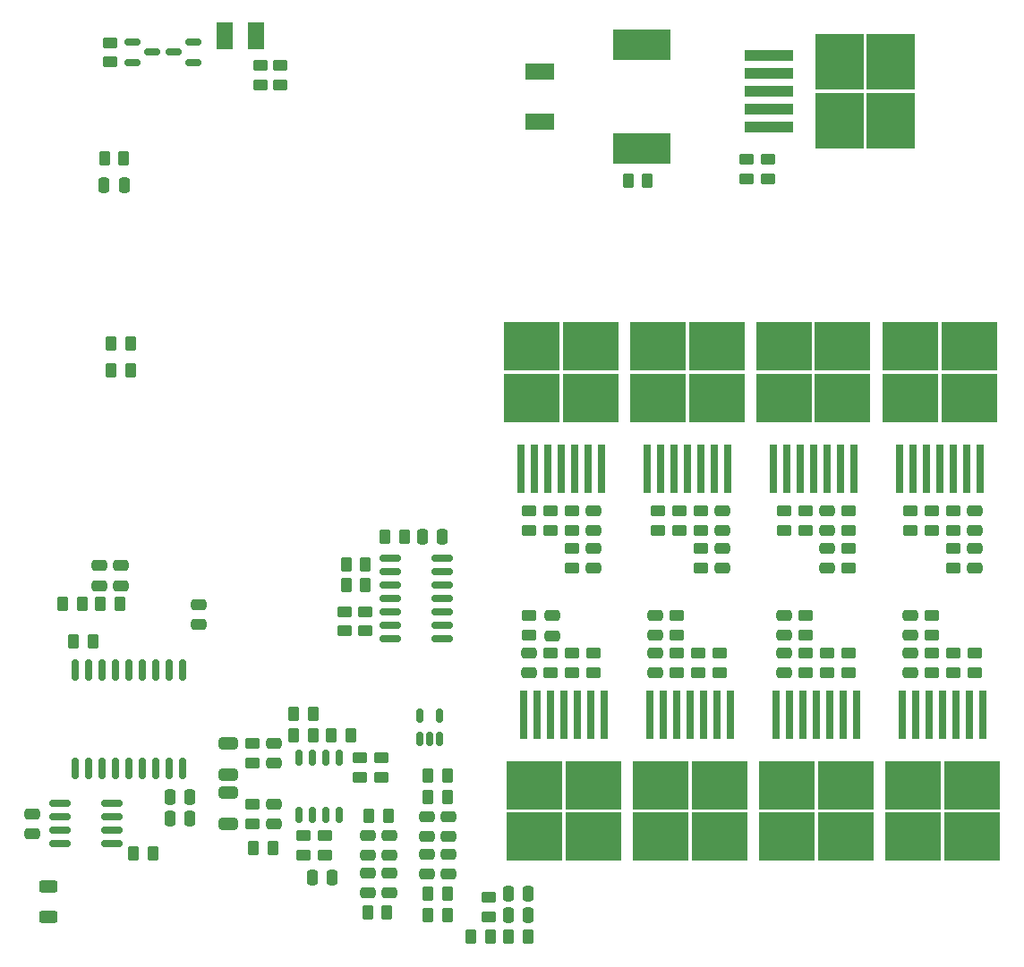
<source format=gbr>
%TF.GenerationSoftware,KiCad,Pcbnew,7.99.0-2367-gcb54bdfa84*%
%TF.CreationDate,2023-12-26T22:21:42+02:00*%
%TF.ProjectId,speeduino_stm32,73706565-6475-4696-9e6f-5f73746d3332,rev?*%
%TF.SameCoordinates,Original*%
%TF.FileFunction,Paste,Top*%
%TF.FilePolarity,Positive*%
%FSLAX46Y46*%
G04 Gerber Fmt 4.6, Leading zero omitted, Abs format (unit mm)*
G04 Created by KiCad (PCBNEW 7.99.0-2367-gcb54bdfa84) date 2023-12-26 22:21:42*
%MOMM*%
%LPD*%
G01*
G04 APERTURE LIST*
G04 Aperture macros list*
%AMRoundRect*
0 Rectangle with rounded corners*
0 $1 Rounding radius*
0 $2 $3 $4 $5 $6 $7 $8 $9 X,Y pos of 4 corners*
0 Add a 4 corners polygon primitive as box body*
4,1,4,$2,$3,$4,$5,$6,$7,$8,$9,$2,$3,0*
0 Add four circle primitives for the rounded corners*
1,1,$1+$1,$2,$3*
1,1,$1+$1,$4,$5*
1,1,$1+$1,$6,$7*
1,1,$1+$1,$8,$9*
0 Add four rect primitives between the rounded corners*
20,1,$1+$1,$2,$3,$4,$5,0*
20,1,$1+$1,$4,$5,$6,$7,0*
20,1,$1+$1,$6,$7,$8,$9,0*
20,1,$1+$1,$8,$9,$2,$3,0*%
G04 Aperture macros list end*
%ADD10RoundRect,0.250000X-0.450000X0.262500X-0.450000X-0.262500X0.450000X-0.262500X0.450000X0.262500X0*%
%ADD11RoundRect,0.250000X-0.475000X0.250000X-0.475000X-0.250000X0.475000X-0.250000X0.475000X0.250000X0*%
%ADD12RoundRect,0.250000X-0.262500X-0.450000X0.262500X-0.450000X0.262500X0.450000X-0.262500X0.450000X0*%
%ADD13RoundRect,0.250000X0.475000X-0.250000X0.475000X0.250000X-0.475000X0.250000X-0.475000X-0.250000X0*%
%ADD14RoundRect,0.250000X0.262500X0.450000X-0.262500X0.450000X-0.262500X-0.450000X0.262500X-0.450000X0*%
%ADD15RoundRect,0.250000X-0.650000X0.325000X-0.650000X-0.325000X0.650000X-0.325000X0.650000X0.325000X0*%
%ADD16RoundRect,0.250000X0.450000X-0.262500X0.450000X0.262500X-0.450000X0.262500X-0.450000X-0.262500X0*%
%ADD17R,5.250000X4.550000*%
%ADD18R,0.800000X4.600000*%
%ADD19RoundRect,0.150000X-0.825000X-0.150000X0.825000X-0.150000X0.825000X0.150000X-0.825000X0.150000X0*%
%ADD20R,4.550000X5.250000*%
%ADD21R,4.600000X1.100000*%
%ADD22RoundRect,0.150000X-0.150000X0.625000X-0.150000X-0.625000X0.150000X-0.625000X0.150000X0.625000X0*%
%ADD23RoundRect,0.250000X-0.250000X-0.475000X0.250000X-0.475000X0.250000X0.475000X-0.250000X0.475000X0*%
%ADD24RoundRect,0.250000X0.250000X0.475000X-0.250000X0.475000X-0.250000X-0.475000X0.250000X-0.475000X0*%
%ADD25RoundRect,0.150000X-0.587500X-0.150000X0.587500X-0.150000X0.587500X0.150000X-0.587500X0.150000X0*%
%ADD26RoundRect,0.250000X0.650000X-0.325000X0.650000X0.325000X-0.650000X0.325000X-0.650000X-0.325000X0*%
%ADD27R,5.400000X2.900000*%
%ADD28RoundRect,0.150000X0.150000X-0.512500X0.150000X0.512500X-0.150000X0.512500X-0.150000X-0.512500X0*%
%ADD29R,2.700000X1.500000*%
%ADD30RoundRect,0.150000X0.587500X0.150000X-0.587500X0.150000X-0.587500X-0.150000X0.587500X-0.150000X0*%
%ADD31RoundRect,0.250000X-0.625000X0.312500X-0.625000X-0.312500X0.625000X-0.312500X0.625000X0.312500X0*%
%ADD32RoundRect,0.150000X0.150000X-0.875000X0.150000X0.875000X-0.150000X0.875000X-0.150000X-0.875000X0*%
%ADD33R,1.500000X2.600000*%
G04 APERTURE END LIST*
D10*
%TO.C,R50*%
X91694000Y-76557500D03*
X91694000Y-78382500D03*
%TD*%
D11*
%TO.C,C5*%
X62230000Y-103698000D03*
X62230000Y-105598000D03*
%TD*%
D12*
%TO.C,R21*%
X53189500Y-92202000D03*
X55014500Y-92202000D03*
%TD*%
%TO.C,R2*%
X32361500Y-85344000D03*
X34186500Y-85344000D03*
%TD*%
D13*
%TO.C,C38*%
X44196000Y-83754000D03*
X44196000Y-81854000D03*
%TD*%
D10*
%TO.C,R51*%
X91694000Y-73001500D03*
X91694000Y-74826500D03*
%TD*%
%TO.C,R36*%
X91459000Y-86463500D03*
X91459000Y-88288500D03*
%TD*%
D11*
%TO.C,C31*%
X81534000Y-72964000D03*
X81534000Y-74864000D03*
%TD*%
D10*
%TO.C,R46*%
X105664000Y-76557500D03*
X105664000Y-78382500D03*
%TD*%
D12*
%TO.C,R4*%
X60198000Y-110998000D03*
X62023000Y-110998000D03*
%TD*%
D11*
%TO.C,C9*%
X67818000Y-101920000D03*
X67818000Y-103820000D03*
%TD*%
D12*
%TO.C,R88*%
X35282500Y-39619000D03*
X37107500Y-39619000D03*
%TD*%
D13*
%TO.C,C40*%
X28448000Y-103566000D03*
X28448000Y-101666000D03*
%TD*%
D14*
%TO.C,R9*%
X71778500Y-113284000D03*
X69953500Y-113284000D03*
%TD*%
D15*
%TO.C,D5*%
X46990000Y-94996000D03*
X46990000Y-97946000D03*
%TD*%
D16*
%TO.C,R18*%
X56134000Y-105560500D03*
X56134000Y-103735500D03*
%TD*%
D11*
%TO.C,C8*%
X65786000Y-101920000D03*
X65786000Y-103820000D03*
%TD*%
%TO.C,C4*%
X60198000Y-103698000D03*
X60198000Y-105598000D03*
%TD*%
D17*
%TO.C,Q8*%
X99568000Y-62296000D03*
X105118000Y-62296000D03*
X99568000Y-57446000D03*
X105118000Y-57446000D03*
D18*
X98533000Y-69021000D03*
X99803000Y-69021000D03*
X101073000Y-69021000D03*
X102343000Y-69021000D03*
X103613000Y-69021000D03*
X104883000Y-69021000D03*
X106153000Y-69021000D03*
%TD*%
D16*
%TO.C,R28*%
X113538000Y-88288500D03*
X113538000Y-86463500D03*
%TD*%
D14*
%TO.C,R15*%
X58570500Y-94234000D03*
X56745500Y-94234000D03*
%TD*%
D16*
%TO.C,R89*%
X51943000Y-32662500D03*
X51943000Y-30837500D03*
%TD*%
D19*
%TO.C,U6*%
X62295000Y-77470000D03*
X62295000Y-78740000D03*
X62295000Y-80010000D03*
X62295000Y-81280000D03*
X62295000Y-82550000D03*
X62295000Y-83820000D03*
X62295000Y-85090000D03*
X67245000Y-85090000D03*
X67245000Y-83820000D03*
X67245000Y-82550000D03*
X67245000Y-81280000D03*
X67245000Y-80010000D03*
X67245000Y-78740000D03*
X67245000Y-77470000D03*
%TD*%
D16*
%TO.C,R49*%
X99568000Y-74826500D03*
X99568000Y-73001500D03*
%TD*%
D14*
%TO.C,R16*%
X55014500Y-94234000D03*
X53189500Y-94234000D03*
%TD*%
D11*
%TO.C,C24*%
X117602000Y-76520000D03*
X117602000Y-78420000D03*
%TD*%
D19*
%TO.C,U3*%
X31053000Y-100711000D03*
X31053000Y-101981000D03*
X31053000Y-103251000D03*
X31053000Y-104521000D03*
X36003000Y-104521000D03*
X36003000Y-103251000D03*
X36003000Y-101981000D03*
X36003000Y-100711000D03*
%TD*%
D20*
%TO.C,U5*%
X104836000Y-30499000D03*
X104836000Y-36049000D03*
X109686000Y-30499000D03*
X109686000Y-36049000D03*
D21*
X98111000Y-29874000D03*
X98111000Y-31574000D03*
X98111000Y-33274000D03*
X98111000Y-34974000D03*
X98111000Y-36674000D03*
%TD*%
D17*
%TO.C,Q9*%
X87649000Y-62296000D03*
X93199000Y-62296000D03*
X87649000Y-57446000D03*
X93199000Y-57446000D03*
D18*
X86614000Y-69021000D03*
X87884000Y-69021000D03*
X89154000Y-69021000D03*
X90424000Y-69021000D03*
X91694000Y-69021000D03*
X92964000Y-69021000D03*
X94234000Y-69021000D03*
%TD*%
D12*
%TO.C,R8*%
X65889500Y-109220000D03*
X67714500Y-109220000D03*
%TD*%
D10*
%TO.C,R14*%
X61468000Y-96369500D03*
X61468000Y-98194500D03*
%TD*%
D14*
%TO.C,R24*%
X33170500Y-81788000D03*
X31345500Y-81788000D03*
%TD*%
D16*
%TO.C,R34*%
X89427000Y-84732500D03*
X89427000Y-82907500D03*
%TD*%
D13*
%TO.C,C19*%
X99568000Y-88326000D03*
X99568000Y-86426000D03*
%TD*%
D10*
%TO.C,R32*%
X103651000Y-86463500D03*
X103651000Y-88288500D03*
%TD*%
D22*
%TO.C,U4*%
X57531000Y-96385000D03*
X56261000Y-96385000D03*
X54991000Y-96385000D03*
X53721000Y-96385000D03*
X53721000Y-101735000D03*
X54991000Y-101735000D03*
X56261000Y-101735000D03*
X57531000Y-101735000D03*
%TD*%
D10*
%TO.C,R23*%
X98044000Y-39727500D03*
X98044000Y-41552500D03*
%TD*%
%TO.C,R37*%
X93491000Y-86463500D03*
X93491000Y-88288500D03*
%TD*%
D23*
%TO.C,C13*%
X73472000Y-109220000D03*
X75372000Y-109220000D03*
%TD*%
D13*
%TO.C,C23*%
X75457000Y-88326000D03*
X75457000Y-86426000D03*
%TD*%
%TO.C,C20*%
X87395000Y-84770000D03*
X87395000Y-82870000D03*
%TD*%
D24*
%TO.C,C42*%
X56830000Y-107696000D03*
X54930000Y-107696000D03*
%TD*%
D11*
%TO.C,C29*%
X93726000Y-72964000D03*
X93726000Y-74864000D03*
%TD*%
D16*
%TO.C,R76*%
X59944000Y-84351500D03*
X59944000Y-82526500D03*
%TD*%
%TO.C,R39*%
X77489000Y-88288500D03*
X77489000Y-86463500D03*
%TD*%
D17*
%TO.C,Q6*%
X81534000Y-98994000D03*
X75984000Y-98994000D03*
X81534000Y-103844000D03*
X75984000Y-103844000D03*
D18*
X82569000Y-92269000D03*
X81299000Y-92269000D03*
X80029000Y-92269000D03*
X78759000Y-92269000D03*
X77489000Y-92269000D03*
X76219000Y-92269000D03*
X74949000Y-92269000D03*
%TD*%
D25*
%TO.C,Q13*%
X37924500Y-28641000D03*
X37924500Y-30541000D03*
X39799500Y-29591000D03*
%TD*%
D23*
%TO.C,C41*%
X65344000Y-75438000D03*
X67244000Y-75438000D03*
%TD*%
D26*
%TO.C,D6*%
X46990000Y-102616000D03*
X46990000Y-99666000D03*
%TD*%
D23*
%TO.C,C3*%
X41468000Y-100076000D03*
X43368000Y-100076000D03*
%TD*%
D12*
%TO.C,R25*%
X34901500Y-81788000D03*
X36726500Y-81788000D03*
%TD*%
D17*
%TO.C,Q5*%
X93472000Y-98994000D03*
X87922000Y-98994000D03*
X93472000Y-103844000D03*
X87922000Y-103844000D03*
D18*
X94507000Y-92269000D03*
X93237000Y-92269000D03*
X91967000Y-92269000D03*
X90697000Y-92269000D03*
X89427000Y-92269000D03*
X88157000Y-92269000D03*
X86887000Y-92269000D03*
%TD*%
D10*
%TO.C,R33*%
X105683000Y-86463500D03*
X105683000Y-88288500D03*
%TD*%
D16*
%TO.C,R53*%
X87630000Y-74826500D03*
X87630000Y-73001500D03*
%TD*%
D12*
%TO.C,R74*%
X58142500Y-78105000D03*
X59967500Y-78105000D03*
%TD*%
D16*
%TO.C,R52*%
X89662000Y-74826500D03*
X89662000Y-73001500D03*
%TD*%
%TO.C,R44*%
X113538000Y-74826500D03*
X113538000Y-73001500D03*
%TD*%
D12*
%TO.C,R22*%
X84812500Y-41783000D03*
X86637500Y-41783000D03*
%TD*%
%TO.C,R77*%
X35941000Y-59690000D03*
X37766000Y-59690000D03*
%TD*%
D11*
%TO.C,C25*%
X117602000Y-72964000D03*
X117602000Y-74864000D03*
%TD*%
D12*
%TO.C,R78*%
X35917500Y-57150000D03*
X37742500Y-57150000D03*
%TD*%
%TO.C,R20*%
X49379500Y-104902000D03*
X51204500Y-104902000D03*
%TD*%
D10*
%TO.C,R54*%
X79502000Y-76557500D03*
X79502000Y-78382500D03*
%TD*%
D13*
%TO.C,C16*%
X111506000Y-88326000D03*
X111506000Y-86426000D03*
%TD*%
%TO.C,C10*%
X65786000Y-107376000D03*
X65786000Y-105476000D03*
%TD*%
D11*
%TO.C,C26*%
X103632000Y-76520000D03*
X103632000Y-78420000D03*
%TD*%
D27*
%TO.C,L1*%
X86106000Y-28832000D03*
X86106000Y-38732000D03*
%TD*%
D11*
%TO.C,C14*%
X51308000Y-94996000D03*
X51308000Y-96896000D03*
%TD*%
D10*
%TO.C,R12*%
X49276000Y-94996000D03*
X49276000Y-96821000D03*
%TD*%
D23*
%TO.C,C2*%
X41468000Y-102108000D03*
X43368000Y-102108000D03*
%TD*%
D16*
%TO.C,R90*%
X50038000Y-32662500D03*
X50038000Y-30837500D03*
%TD*%
D12*
%TO.C,R75*%
X58142500Y-80010000D03*
X59967500Y-80010000D03*
%TD*%
D28*
%TO.C,D2*%
X65090000Y-94609500D03*
X66040000Y-94609500D03*
X66990000Y-94609500D03*
X66990000Y-92334500D03*
X65090000Y-92334500D03*
%TD*%
D13*
%TO.C,C22*%
X77621000Y-84806000D03*
X77621000Y-82906000D03*
%TD*%
D16*
%TO.C,R45*%
X111506000Y-74826500D03*
X111506000Y-73001500D03*
%TD*%
D13*
%TO.C,C32*%
X34798000Y-80056000D03*
X34798000Y-78156000D03*
%TD*%
%TO.C,C34*%
X36830000Y-80056000D03*
X36830000Y-78156000D03*
%TD*%
D12*
%TO.C,R5*%
X65889500Y-100076000D03*
X67714500Y-100076000D03*
%TD*%
%TO.C,R6*%
X65889500Y-98044000D03*
X67714500Y-98044000D03*
%TD*%
D10*
%TO.C,R1*%
X96012000Y-39727500D03*
X96012000Y-41552500D03*
%TD*%
%TO.C,R41*%
X81553000Y-86463500D03*
X81553000Y-88288500D03*
%TD*%
D16*
%TO.C,R56*%
X77470000Y-74826500D03*
X77470000Y-73001500D03*
%TD*%
%TO.C,R91*%
X35814000Y-30503500D03*
X35814000Y-28678500D03*
%TD*%
%TO.C,R73*%
X58039000Y-84351500D03*
X58039000Y-82526500D03*
%TD*%
D17*
%TO.C,Q3*%
X117348000Y-98994000D03*
X111798000Y-98994000D03*
X117348000Y-103844000D03*
X111798000Y-103844000D03*
D18*
X118383000Y-92269000D03*
X117113000Y-92269000D03*
X115843000Y-92269000D03*
X114573000Y-92269000D03*
X113303000Y-92269000D03*
X112033000Y-92269000D03*
X110763000Y-92269000D03*
%TD*%
D11*
%TO.C,C27*%
X103632000Y-72964000D03*
X103632000Y-74864000D03*
%TD*%
D10*
%TO.C,R43*%
X115570000Y-73001500D03*
X115570000Y-74826500D03*
%TD*%
D16*
%TO.C,R57*%
X75438000Y-74826500D03*
X75438000Y-73001500D03*
%TD*%
D23*
%TO.C,C12*%
X73472000Y-111252000D03*
X75372000Y-111252000D03*
%TD*%
D14*
%TO.C,R10*%
X75334500Y-113284000D03*
X73509500Y-113284000D03*
%TD*%
D10*
%TO.C,R26*%
X115608000Y-86463500D03*
X115608000Y-88288500D03*
%TD*%
D13*
%TO.C,C11*%
X67818000Y-107376000D03*
X67818000Y-105476000D03*
%TD*%
D12*
%TO.C,R3*%
X60301500Y-101854000D03*
X62126500Y-101854000D03*
%TD*%
D13*
%TO.C,C18*%
X99568000Y-84770000D03*
X99568000Y-82870000D03*
%TD*%
D16*
%TO.C,R38*%
X75457000Y-84732500D03*
X75457000Y-82907500D03*
%TD*%
D10*
%TO.C,R19*%
X54102000Y-103735500D03*
X54102000Y-105560500D03*
%TD*%
D17*
%TO.C,Q7*%
X111525000Y-62296000D03*
X117075000Y-62296000D03*
X111525000Y-57446000D03*
X117075000Y-57446000D03*
D18*
X110490000Y-69021000D03*
X111760000Y-69021000D03*
X113030000Y-69021000D03*
X114300000Y-69021000D03*
X115570000Y-69021000D03*
X116840000Y-69021000D03*
X118110000Y-69021000D03*
%TD*%
D13*
%TO.C,C6*%
X60198000Y-109154000D03*
X60198000Y-107254000D03*
%TD*%
D14*
%TO.C,R58*%
X63650500Y-75438000D03*
X61825500Y-75438000D03*
%TD*%
D29*
%TO.C,D1*%
X76454000Y-31382000D03*
X76454000Y-36182000D03*
%TD*%
D13*
%TO.C,C17*%
X111506000Y-84770000D03*
X111506000Y-82870000D03*
%TD*%
D16*
%TO.C,R13*%
X59436000Y-98194500D03*
X59436000Y-96369500D03*
%TD*%
%TO.C,R48*%
X101600000Y-74826500D03*
X101600000Y-73001500D03*
%TD*%
D30*
%TO.C,Q12*%
X43736500Y-30541000D03*
X43736500Y-28641000D03*
X41861499Y-29591000D03*
%TD*%
D12*
%TO.C,R7*%
X65889500Y-111252000D03*
X67714500Y-111252000D03*
%TD*%
D31*
%TO.C,R87*%
X29972000Y-108519500D03*
X29972000Y-111444500D03*
%TD*%
D10*
%TO.C,R42*%
X115570000Y-76557500D03*
X115570000Y-78382500D03*
%TD*%
D16*
%TO.C,R35*%
X89427000Y-88288500D03*
X89427000Y-86463500D03*
%TD*%
D24*
%TO.C,C48*%
X37144999Y-42159000D03*
X35245001Y-42159000D03*
%TD*%
D16*
%TO.C,R29*%
X113538000Y-84732500D03*
X113538000Y-82907500D03*
%TD*%
%TO.C,R17*%
X49276000Y-102616000D03*
X49276000Y-100791000D03*
%TD*%
D11*
%TO.C,C28*%
X93726000Y-76520000D03*
X93726000Y-78420000D03*
%TD*%
D17*
%TO.C,Q4*%
X105410000Y-98994000D03*
X99860000Y-98994000D03*
X105410000Y-103844000D03*
X99860000Y-103844000D03*
D18*
X106445000Y-92269000D03*
X105175000Y-92269000D03*
X103905000Y-92269000D03*
X102635000Y-92269000D03*
X101365000Y-92269000D03*
X100095000Y-92269000D03*
X98825000Y-92269000D03*
%TD*%
D14*
%TO.C,R92*%
X39878000Y-105410000D03*
X38053000Y-105410000D03*
%TD*%
D32*
%TO.C,U2*%
X32512000Y-97360000D03*
X33782000Y-97360000D03*
X35052000Y-97360000D03*
X36322000Y-97360000D03*
X37592000Y-97360000D03*
X38862000Y-97360000D03*
X40132000Y-97360000D03*
X41402000Y-97360000D03*
X42672000Y-97360000D03*
X42672000Y-88060000D03*
X41402000Y-88060000D03*
X40132000Y-88060000D03*
X38862000Y-88060000D03*
X37592000Y-88060000D03*
X36322000Y-88060000D03*
X35052000Y-88060000D03*
X33782000Y-88060000D03*
X32512000Y-88060000D03*
%TD*%
D10*
%TO.C,R55*%
X79502000Y-73001500D03*
X79502000Y-74826500D03*
%TD*%
D16*
%TO.C,R30*%
X101600000Y-84732500D03*
X101600000Y-82907500D03*
%TD*%
D10*
%TO.C,R47*%
X105664000Y-73001500D03*
X105664000Y-74826500D03*
%TD*%
D11*
%TO.C,C30*%
X81534000Y-76520000D03*
X81534000Y-78420000D03*
%TD*%
D16*
%TO.C,R31*%
X101600000Y-88288500D03*
X101600000Y-86463500D03*
%TD*%
D10*
%TO.C,R27*%
X117640000Y-86463500D03*
X117640000Y-88288500D03*
%TD*%
D17*
%TO.C,Q10*%
X75711000Y-62296000D03*
X81261000Y-62296000D03*
X75711000Y-57446000D03*
X81261000Y-57446000D03*
D18*
X74676000Y-69021000D03*
X75946000Y-69021000D03*
X77216000Y-69021000D03*
X78486000Y-69021000D03*
X79756000Y-69021000D03*
X81026000Y-69021000D03*
X82296000Y-69021000D03*
%TD*%
D10*
%TO.C,R11*%
X71628000Y-109577500D03*
X71628000Y-111402500D03*
%TD*%
%TO.C,R40*%
X79521000Y-86463500D03*
X79521000Y-88288500D03*
%TD*%
D13*
%TO.C,C7*%
X62230000Y-109154000D03*
X62230000Y-107254000D03*
%TD*%
%TO.C,C15*%
X51308000Y-102616000D03*
X51308000Y-100716000D03*
%TD*%
%TO.C,C21*%
X87395000Y-88326000D03*
X87395000Y-86426000D03*
%TD*%
D33*
%TO.C,D4*%
X46633000Y-28067000D03*
X49633000Y-28067000D03*
%TD*%
M02*

</source>
